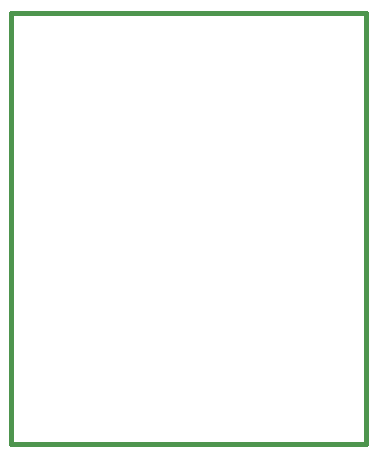
<source format=gbr>
G04 (created by PCBNEW-RS274X (2012-apr-16-27)-stable) date Sun 23 Mar 2014 20:21:50 GMT*
G01*
G70*
G90*
%MOIN*%
G04 Gerber Fmt 3.4, Leading zero omitted, Abs format*
%FSLAX34Y34*%
G04 APERTURE LIST*
%ADD10C,0.006000*%
%ADD11C,0.015000*%
G04 APERTURE END LIST*
G54D10*
G54D11*
X51500Y-24800D02*
X51500Y-24775D01*
X63325Y-24800D02*
X51500Y-24800D01*
X63325Y-10450D02*
X63325Y-24800D01*
X51500Y-22275D02*
X51500Y-24800D01*
X61500Y-10450D02*
X63325Y-10450D01*
X51500Y-20450D02*
X51500Y-22275D01*
X51500Y-10450D02*
X51550Y-10450D01*
X51500Y-20450D02*
X51500Y-10450D01*
X51500Y-10450D02*
X61500Y-10450D01*
M02*

</source>
